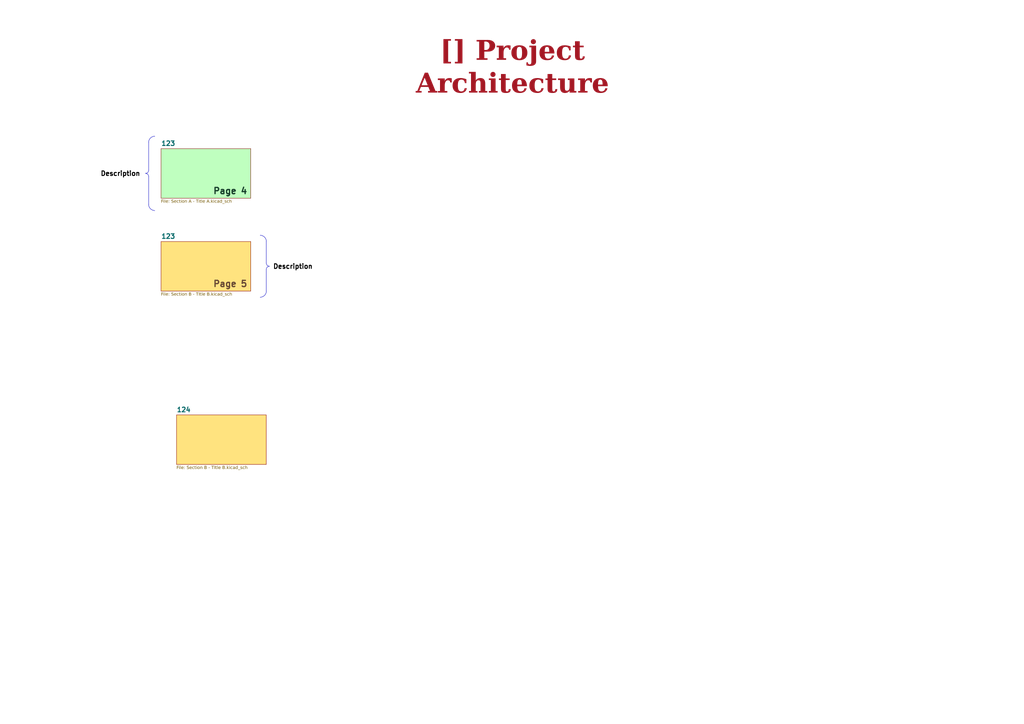
<source format=kicad_sch>
(kicad_sch
	(version 20250114)
	(generator "eeschema")
	(generator_version "9.0")
	(uuid "07236397-3ba4-47af-9809-3faac3a2aa49")
	(paper "A3")
	(title_block
		(title "Project Architecture")
		(date "2025-01-12")
		(rev "${REVISION}")
		(company "${COMPANY}")
	)
	(lib_symbols)
	(arc
		(start 60.96 69.85)
		(mid 60.5851 70.7451)
		(end 59.69 71.12)
		(stroke
			(width 0)
			(type default)
		)
		(fill
			(type none)
		)
		(uuid 13e3bc56-4a98-40ef-8c39-3b21620a792f)
	)
	(arc
		(start 110.51 109.2)
		(mid 109.6149 108.8251)
		(end 109.24 107.93)
		(stroke
			(width 0)
			(type default)
		)
		(fill
			(type none)
		)
		(uuid 19c30b2f-1391-4be0-8a5f-17a3226c0876)
	)
	(arc
		(start 109.24 110.47)
		(mid 109.6149 109.5749)
		(end 110.51 109.2)
		(stroke
			(width 0)
			(type default)
		)
		(fill
			(type none)
		)
		(uuid 5b059745-d833-4f9d-9745-ec7a90904541)
	)
	(arc
		(start 109.24 119.36)
		(mid 108.4961 121.1561)
		(end 106.7 121.9)
		(stroke
			(width 0)
			(type default)
		)
		(fill
			(type none)
		)
		(uuid 62bb3cd5-23b6-4c8e-a8f2-a293aca5d83b)
	)
	(arc
		(start 59.69 71.12)
		(mid 60.5851 71.4949)
		(end 60.96 72.39)
		(stroke
			(width 0)
			(type default)
		)
		(fill
			(type none)
		)
		(uuid 787eda22-1bf9-4d1b-96b2-11995bb2af0f)
	)
	(arc
		(start 63.5 86.36)
		(mid 61.7098 85.6102)
		(end 60.96 83.82)
		(stroke
			(width 0)
			(type default)
		)
		(fill
			(type none)
		)
		(uuid 7c454724-851d-42c5-8823-df570c1fc5eb)
	)
	(arc
		(start 106.7 96.5)
		(mid 108.4902 97.2498)
		(end 109.24 99.04)
		(stroke
			(width 0)
			(type default)
		)
		(fill
			(type none)
		)
		(uuid 94ad6bc3-4505-4c4a-89fc-83d0c51dd562)
	)
	(arc
		(start 60.96 58.42)
		(mid 61.7039 56.6239)
		(end 63.5 55.88)
		(stroke
			(width 0)
			(type default)
		)
		(fill
			(type none)
		)
		(uuid fda911f3-adb3-4abb-981f-a877a93c831b)
	)
	(text "Page 5"
		(exclude_from_sim no)
		(at 101.6 118.11 0)
		(effects
			(font
				(size 2.54 2.54)
				(bold yes)
				(color 100 70 50 1)
			)
			(justify right bottom)
			(href "#5")
		)
		(uuid "b60ecde0-2a85-4071-a728-47148cd80779")
	)
	(text "Page 4"
		(exclude_from_sim no)
		(at 101.6 80.01 0)
		(effects
			(font
				(size 2.54 2.54)
				(bold yes)
				(color 20 60 40 1)
			)
			(justify right bottom)
			(href "#4")
		)
		(uuid "f04f874a-d252-4474-87f2-c34bbb094a4c")
	)
	(text_box "Description"
		(exclude_from_sim no)
		(at 41.91 68.58 0)
		(size 17.145 5.08)
		(margins 1.4287 1.4287 1.4287 1.4287)
		(stroke
			(width -0.0001)
			(type default)
		)
		(fill
			(type none)
		)
		(effects
			(font
				(size 1.905 1.905)
				(thickness 0.381)
				(bold yes)
				(color 0 0 0 1)
			)
			(justify right top)
		)
		(uuid "971f0c48-6726-412d-badf-cee82cbffedd")
	)
	(text_box "Description"
		(exclude_from_sim no)
		(at 110.49 106.68 0)
		(size 26.015 5.1)
		(margins 1.4287 1.4287 1.4287 1.4287)
		(stroke
			(width -0.0001)
			(type default)
		)
		(fill
			(type none)
		)
		(effects
			(font
				(size 1.905 1.905)
				(thickness 0.381)
				(bold yes)
				(color 0 0 0 1)
			)
			(justify left top)
		)
		(uuid "97bb5e92-ab26-4907-9b80-08d49465fc86")
	)
	(text_box "[${#}] ${TITLE}"
		(exclude_from_sim no)
		(at 144.78 21.59 0)
		(size 130.81 12.7)
		(margins 5.9999 5.9999 5.9999 5.9999)
		(stroke
			(width -0.0001)
			(type default)
		)
		(fill
			(type none)
		)
		(effects
			(font
				(face "Times New Roman")
				(size 8 8)
				(thickness 1.2)
				(bold yes)
				(color 162 22 34 1)
			)
		)
		(uuid "f4789478-c68e-4cee-9edd-5d11b744f94d")
	)
	(polyline
		(pts
			(xy 60.96 72.39) (xy 60.96 83.82)
		)
		(stroke
			(width 0)
			(type default)
		)
		(uuid "8b678fb1-fee7-4461-95f7-7f383f478fdc")
	)
	(polyline
		(pts
			(xy 109.22 110.49) (xy 109.22 119.38)
		)
		(stroke
			(width 0)
			(type default)
		)
		(uuid "8c7de816-3d34-497f-b0c8-22f80559d2d8")
	)
	(polyline
		(pts
			(xy 60.96 69.85) (xy 60.96 58.42)
		)
		(stroke
			(width 0)
			(type default)
		)
		(uuid "903e49b2-1b5d-4317-a33b-adfda1594a88")
	)
	(polyline
		(pts
			(xy 109.22 99.06) (xy 109.22 107.95)
		)
		(stroke
			(width 0)
			(type default)
		)
		(uuid "9543d363-0f36-4c41-97bc-b97723f48818")
	)
	(sheet
		(at 72.39 170.18)
		(size 36.83 20.32)
		(exclude_from_sim no)
		(in_bom yes)
		(on_board yes)
		(dnp no)
		(fields_autoplaced yes)
		(stroke
			(width 0.1524)
			(type solid)
		)
		(fill
			(color 255 200 0 0.5020)
		)
		(uuid "184becda-bae1-4969-9665-2bd768d92783")
		(property "Sheetname" "124"
			(at 72.39 169.1509 0)
			(effects
				(font
					(size 1.905 1.905)
					(bold yes)
				)
				(justify left bottom)
			)
		)
		(property "Sheetfile" "Section B - TItle B.kicad_sch"
			(at 72.39 191.0846 0)
			(effects
				(font
					(face "Arial")
					(size 1.27 1.27)
				)
				(justify left top)
			)
		)
		(instances
			(project "Nixie_Tube_Clock"
				(path "/f9e05184-c88b-4a88-ae9c-ab2bdb32be7c/c5103ceb-5325-4a84-a025-9638a412984e"
					(page "8")
				)
			)
		)
	)
	(sheet
		(at 66.04 99.06)
		(size 36.83 20.32)
		(exclude_from_sim no)
		(in_bom yes)
		(on_board yes)
		(dnp no)
		(fields_autoplaced yes)
		(stroke
			(width 0.1524)
			(type solid)
		)
		(fill
			(color 255 200 0 0.5020)
		)
		(uuid "e744f3ce-03a6-44a6-8792-1447ef232b9a")
		(property "Sheetname" "123"
			(at 66.04 98.0309 0)
			(effects
				(font
					(size 1.905 1.905)
					(bold yes)
				)
				(justify left bottom)
			)
		)
		(property "Sheetfile" "Section B - TItle B.kicad_sch"
			(at 66.04 119.9646 0)
			(effects
				(font
					(face "Arial")
					(size 1.27 1.27)
				)
				(justify left top)
			)
		)
		(instances
			(project "Nixie_Tube_Clock"
				(path "/f9e05184-c88b-4a88-ae9c-ab2bdb32be7c/c5103ceb-5325-4a84-a025-9638a412984e"
					(page "5")
				)
			)
		)
	)
	(sheet
		(at 66.04 60.96)
		(size 36.83 20.32)
		(exclude_from_sim no)
		(in_bom yes)
		(on_board yes)
		(dnp no)
		(fields_autoplaced yes)
		(stroke
			(width 0.1524)
			(type solid)
		)
		(fill
			(color 128 255 128 0.5000)
		)
		(uuid "f06537ee-772d-44d3-8c50-e0ba41038c9c")
		(property "Sheetname" "123"
			(at 66.04 59.9309 0)
			(effects
				(font
					(size 1.905 1.905)
					(bold yes)
				)
				(justify left bottom)
			)
		)
		(property "Sheetfile" "Section A - Title A.kicad_sch"
			(at 66.04 81.8646 0)
			(effects
				(font
					(face "Arial")
					(size 1.27 1.27)
				)
				(justify left top)
			)
		)
		(instances
			(project "Nixie_Tube_Clock"
				(path "/f9e05184-c88b-4a88-ae9c-ab2bdb32be7c/c5103ceb-5325-4a84-a025-9638a412984e"
					(page "4")
				)
			)
		)
	)
)

</source>
